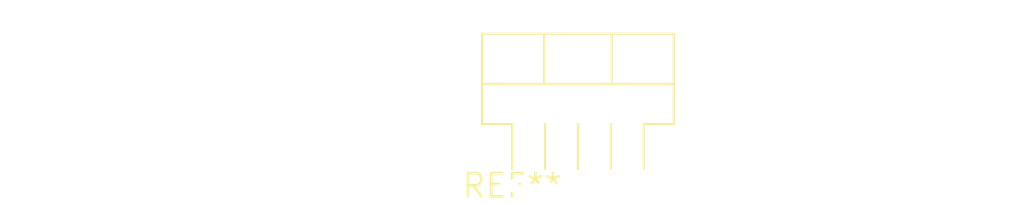
<source format=kicad_pcb>
(kicad_pcb (version 20240108) (generator pcbnew)
  (layers (0 "F.Cu" signal) (31 "B.Cu" signal) (34 "B.Paste" user) (35 "F.Paste" user) (36 "B.SilkS" user "B.Silkscreen") (37 "F.SilkS" user "F.Silkscreen") (38 "B.Mask" user) (39 "F.Mask" user) (44 "Edge.Cuts" user))
  (net 0 "")
  (footprint "TO-220F-9_P1.8x3.7mm_StaggerOdd_Lead3.5mm_Vertical" (layer "F.Cu") (at 0 0)
    (property "Reference" "REF**")
    (property "Value" "TO-220F-9_P1.8x3.7mm_StaggerOdd_Lead3.5mm_Vertical")
    (fp_line (start -1.65 -8.32) (end -1.65 -3.379) (layer "F.SilkS") (stroke (width 0.12)))
    (fp_line (start -1.65 -8.32) (end 8.85 -8.32) (layer "F.SilkS") (stroke (width 0.12)))
    (fp_line (start -1.65 -5.561) (end 8.85 -5.561) (layer "F.SilkS") (stroke (width 0.12)))
    (fp_line (start -1.65 -3.379) (end 0.014 -3.379) (layer "F.SilkS") (stroke (width 0.12)))
    (fp_line (start 0 -3.379) (end 0 -0.9) (layer "F.SilkS") (stroke (width 0.12)))
    (fp_line (start 1.75 -8.32) (end 1.75 -5.561) (layer "F.SilkS") (stroke (width 0.12)))
    (fp_line (start 1.787 -3.379) (end 1.814 -3.379) (layer "F.SilkS") (stroke (width 0.12)))
    (fp_line (start 1.8 -3.379) (end 1.8 -0.915) (layer "F.SilkS") (stroke (width 0.12)))
    (fp_line (start 3.587 -3.379) (end 3.614 -3.379) (layer "F.SilkS") (stroke (width 0.12)))
    (fp_line (start 3.6 -3.379) (end 3.6 -0.915) (layer "F.SilkS") (stroke (width 0.12)))
    (fp_line (start 5.387 -3.379) (end 5.414 -3.379) (layer "F.SilkS") (stroke (width 0.12)))
    (fp_line (start 5.4 -3.379) (end 5.4 -0.915) (layer "F.SilkS") (stroke (width 0.12)))
    (fp_line (start 5.45 -8.32) (end 5.45 -5.561) (layer "F.SilkS") (stroke (width 0.12)))
    (fp_line (start 7.187 -3.379) (end 8.85 -3.379) (layer "F.SilkS") (stroke (width 0.12)))
    (fp_line (start 7.201 -3.379) (end 7.201 -0.915) (layer "F.SilkS") (stroke (width 0.12)))
    (fp_line (start 8.85 -8.32) (end 8.85 -3.379) (layer "F.SilkS") (stroke (width 0.12)))
    (pad "1" thru_hole rect (at 0 0) (size 1.5 1.5) (drill 0.7) (layers *.Cu *.Mask) (remove_unused_layers))
    (pad "2" thru_hole oval (at 0.9 -3.7) (size 1.5 1.5) (drill 0.7) (layers *.Cu *.Mask) (remove_unused_layers))
    (pad "3" thru_hole oval (at 1.8 0) (size 1.5 1.5) (drill 0.7) (layers *.Cu *.Mask) (remove_unused_layers))
    (pad "4" thru_hole oval (at 2.7 -3.7) (size 1.5 1.5) (drill 0.7) (layers *.Cu *.Mask) (remove_unused_layers))
    (pad "5" thru_hole oval (at 3.6 0) (size 1.5 1.5) (drill 0.7) (layers *.Cu *.Mask) (remove_unused_layers))
    (pad "6" thru_hole oval (at 4.5 -3.7) (size 1.5 1.5) (drill 0.7) (layers *.Cu *.Mask) (remove_unused_layers))
    (pad "7" thru_hole oval (at 5.4 0) (size 1.5 1.5) (drill 0.7) (layers *.Cu *.Mask) (remove_unused_layers))
    (pad "8" thru_hole oval (at 6.3 -3.7) (size 1.5 1.5) (drill 0.7) (layers *.Cu *.Mask) (remove_unused_layers))
    (pad "9" thru_hole oval (at 7.2 0) (size 1.5 1.5) (drill 0.7) (layers *.Cu *.Mask) (remove_unused_layers))
  )
)
</source>
